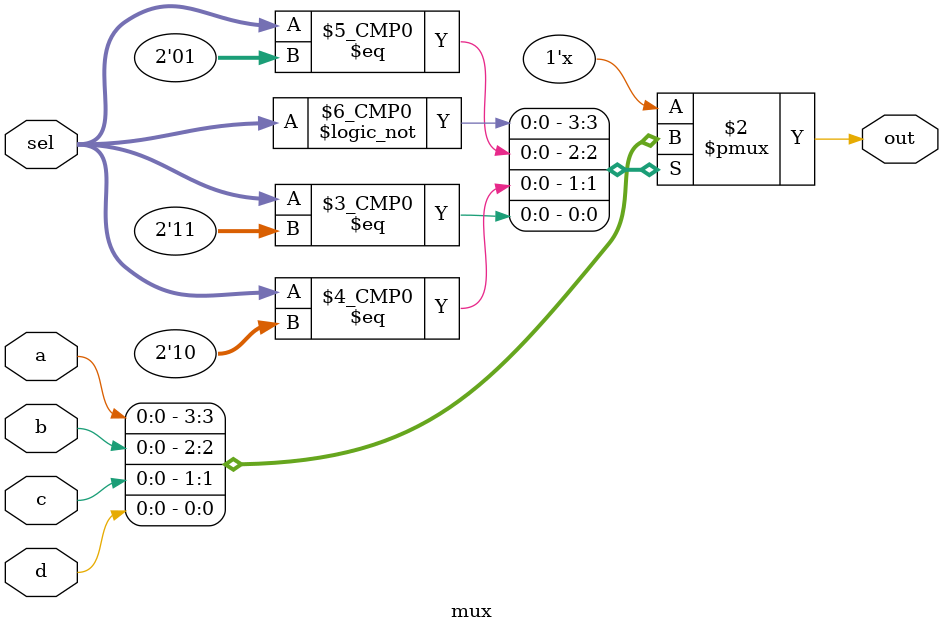
<source format=v>
module mux(input a, input b, input c, input d, input [1:0] sel, output reg out);

always @(a, b, c, d, sel)
begin
	out = 1'bx;
	case (sel)
		2'b00:out = a;
		2'b01:out = b;
		2'b10:out = c;
		2'b11:out = d;
	endcase
end
endmodule

</source>
